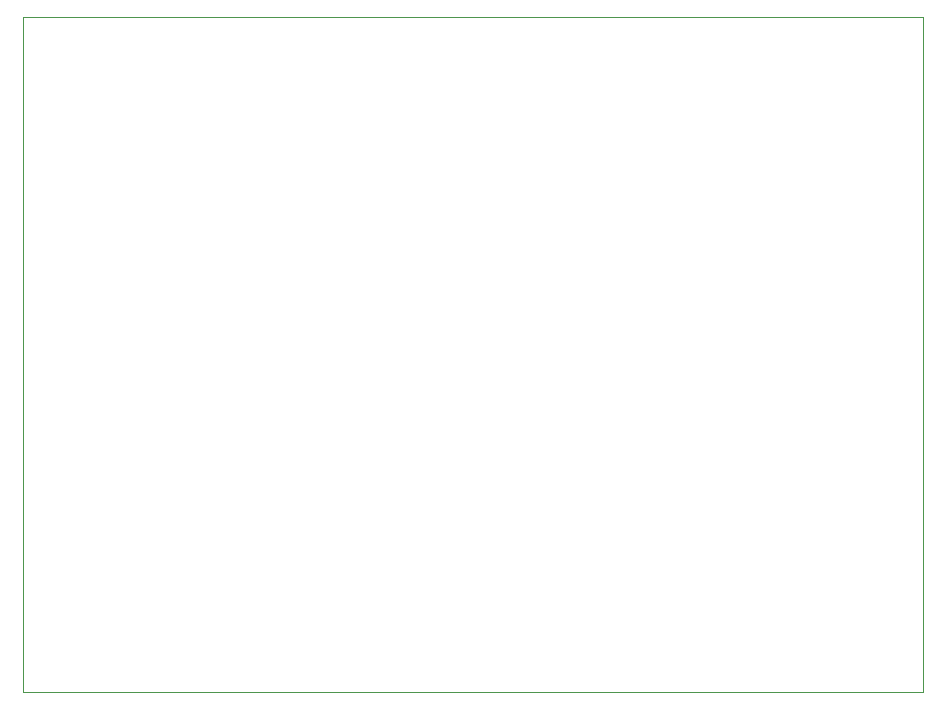
<source format=gm1>
G04 #@! TF.GenerationSoftware,KiCad,Pcbnew,6.0.2+dfsg-1*
G04 #@! TF.CreationDate,2023-08-12T13:44:00-06:00*
G04 #@! TF.ProjectId,ckt-soundplay,636b742d-736f-4756-9e64-706c61792e6b,rev?*
G04 #@! TF.SameCoordinates,Original*
G04 #@! TF.FileFunction,Profile,NP*
%FSLAX46Y46*%
G04 Gerber Fmt 4.6, Leading zero omitted, Abs format (unit mm)*
G04 Created by KiCad (PCBNEW 6.0.2+dfsg-1) date 2023-08-12 13:44:00*
%MOMM*%
%LPD*%
G01*
G04 APERTURE LIST*
G04 #@! TA.AperFunction,Profile*
%ADD10C,0.100000*%
G04 #@! TD*
G04 APERTURE END LIST*
D10*
X25400000Y-134620000D02*
X101600000Y-134620000D01*
X101600000Y-134620000D02*
X101600000Y-191770000D01*
X101600000Y-191770000D02*
X25400000Y-191770000D01*
X25400000Y-191770000D02*
X25400000Y-134620000D01*
M02*

</source>
